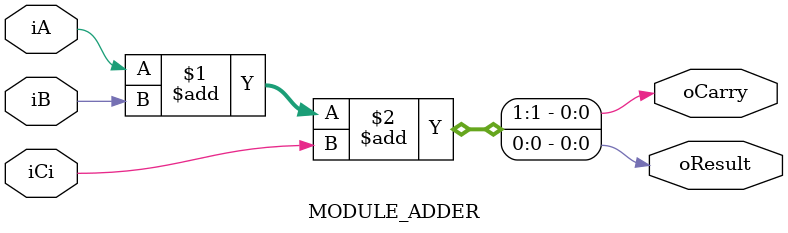
<source format=v>
`timescale 1ns / 1ps
module UPCOUNTER_POSEDGE # (parameter SIZE=16)
(
input wire Clock, Reset,
input wire [SIZE-1:0] Initial,
input wire Enable,
output reg [SIZE-1:0] Q
);


  always @(posedge Clock )
  begin
      if (Reset)
        Q = Initial;
      else
		begin
		if (Enable)
			Q = Q + 1;
			
		end			
  end

endmodule
//----------------------------------------------------
module FFD_POSEDGE_SYNCRONOUS_RESET # ( parameter SIZE=8 )
(
	input wire				Clock,
	input wire				Reset,
	input wire				Enable,
	input wire [SIZE-1:0]	D,
	output reg [SIZE-1:0]	Q
);
	

always @ (posedge Clock) 
begin
	if ( Reset )
		Q <= 0;
	else
	begin	
		if (Enable) 
			Q <= D; 
	end	
 
end//always

endmodule

module MODULE_ADDER 
(
	input wire iA, 
	input wire iB, 
	input wire iCi, 
	output wire oCarry, 
	output wire oResult
);

	assign {oCarry, oResult } = iA + iB + iCi ;

endmodule
//----------------------------------------------------------------------



</source>
